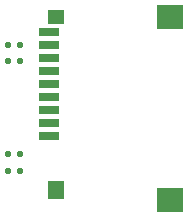
<source format=gbp>
G04*
G04 #@! TF.GenerationSoftware,Altium Limited,Altium Designer,20.0.13 (296)*
G04*
G04 Layer_Color=128*
%FSLAX25Y25*%
%MOIN*%
G70*
G01*
G75*
G04:AMPARAMS|DCode=23|XSize=20mil|YSize=20mil|CornerRadius=5mil|HoleSize=0mil|Usage=FLASHONLY|Rotation=270.000|XOffset=0mil|YOffset=0mil|HoleType=Round|Shape=RoundedRectangle|*
%AMROUNDEDRECTD23*
21,1,0.02000,0.01000,0,0,270.0*
21,1,0.01000,0.02000,0,0,270.0*
1,1,0.01000,-0.00500,-0.00500*
1,1,0.01000,-0.00500,0.00500*
1,1,0.01000,0.00500,0.00500*
1,1,0.01000,0.00500,-0.00500*
%
%ADD23ROUNDEDRECTD23*%
%ADD63R,0.08661X0.08000*%
%ADD64R,0.05512X0.06299*%
%ADD65R,0.05512X0.04724*%
%ADD66R,0.07087X0.02756*%
D23*
X27500Y37000D02*
D03*
X31500D02*
D03*
X27500Y31500D02*
D03*
X31500D02*
D03*
X27500Y68000D02*
D03*
X31500D02*
D03*
X27500Y73500D02*
D03*
X31500D02*
D03*
D63*
X81425Y21894D02*
D03*
Y82917D02*
D03*
D64*
X43630Y25043D02*
D03*
D65*
Y82917D02*
D03*
D66*
X41162Y43154D02*
D03*
Y47484D02*
D03*
Y51815D02*
D03*
Y56146D02*
D03*
Y60476D02*
D03*
Y69138D02*
D03*
Y73469D02*
D03*
Y77799D02*
D03*
Y64807D02*
D03*
M02*

</source>
